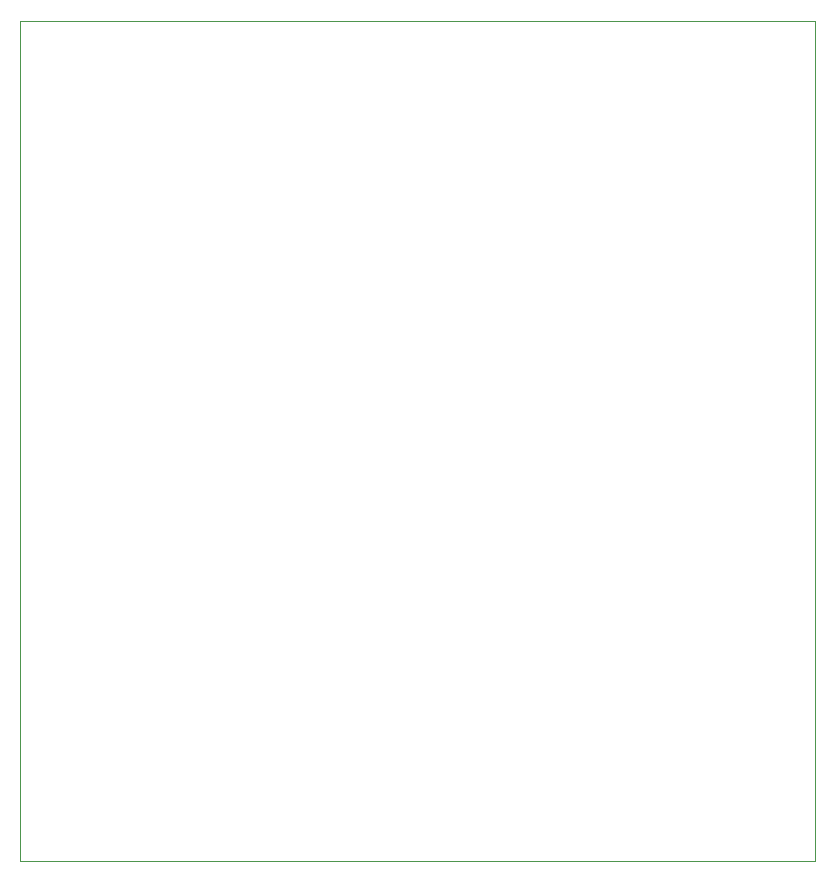
<source format=gm1>
G04 #@! TF.GenerationSoftware,KiCad,Pcbnew,5.1.5+dfsg1-2build2*
G04 #@! TF.CreationDate,2021-09-26T21:45:30+09:00*
G04 #@! TF.ProjectId,kbtest,6b627465-7374-42e6-9b69-6361645f7063,rev?*
G04 #@! TF.SameCoordinates,Original*
G04 #@! TF.FileFunction,Profile,NP*
%FSLAX46Y46*%
G04 Gerber Fmt 4.6, Leading zero omitted, Abs format (unit mm)*
G04 Created by KiCad (PCBNEW 5.1.5+dfsg1-2build2) date 2021-09-26 21:45:30*
%MOMM*%
%LPD*%
G04 APERTURE LIST*
%ADD10C,0.050000*%
G04 APERTURE END LIST*
D10*
X95250000Y-110490000D02*
X95250000Y-39370000D01*
X27940000Y-39370000D02*
X27940000Y-110490000D01*
X95250000Y-110490000D02*
X27940000Y-110490000D01*
X27940000Y-39370000D02*
X95250000Y-39370000D01*
M02*

</source>
